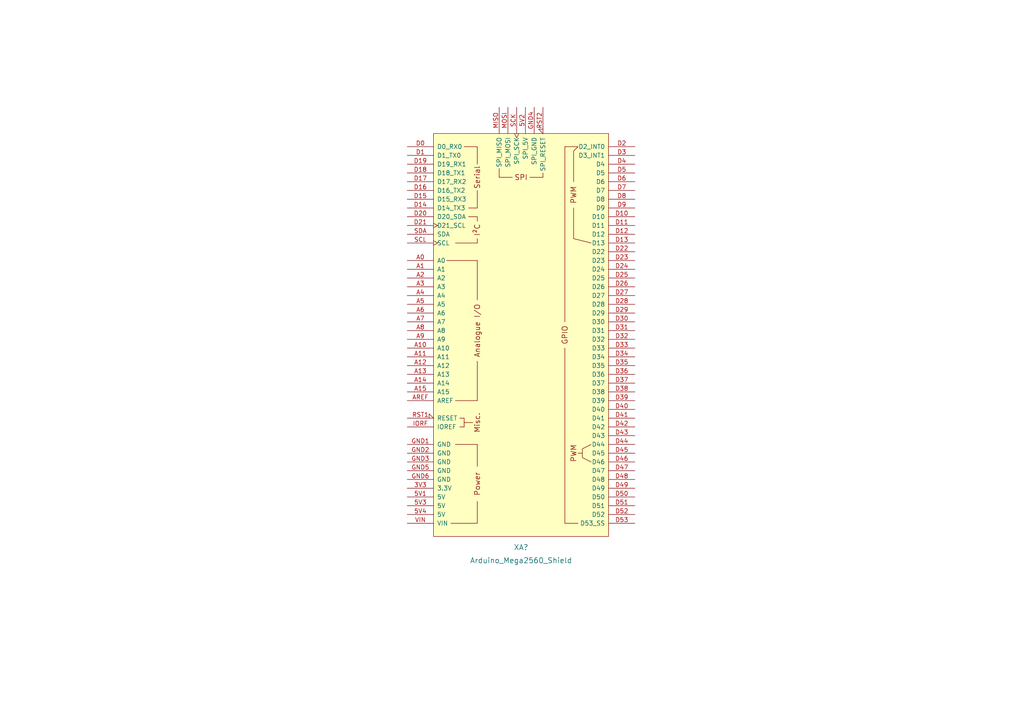
<source format=kicad_sch>
(kicad_sch (version 20211123) (generator eeschema)
  (paper "A4")
  (lib_symbols
    (symbol "arduino:Arduino_Mega2560_Shield" (pin_names (offset 1.016))
      (property "Reference" "XA" (at 2.54 0 90))
      (property "Value" "Arduino_Mega2560_Shield" (at -2.54 0 90))
      (symbol "Arduino_Mega2560_Shield_0_0"
        (rectangle (start -25.4 -58.42) (end 25.4 58.42) (fill (type background)))
        (rectangle (start -20.32 -54.61) (end -12.7 -54.61))
        (rectangle (start -19.05 -31.75) (end -12.7 -31.75))
        (rectangle (start -19.05 -19.05) (end -12.7 -19.05))
        (rectangle (start -19.05 26.67) (end -12.7 26.67))
        (rectangle (start -17.78 -26.67) (end -16.51 -26.67))
        (rectangle (start -17.78 -24.13) (end -16.51 -24.13))
        (rectangle (start -16.51 -25.4) (end -13.97 -25.4))
        (rectangle (start -16.51 -24.13) (end -16.51 -26.67))
        (rectangle (start -16.51 54.61) (end -12.7 54.61))
        (rectangle (start -15.24 34.29) (end -12.7 34.29))
        (rectangle (start -15.24 36.83) (end -12.7 36.83))
        (rectangle (start -12.7 -54.61) (end -12.7 -48.26))
        (rectangle (start -12.7 -31.75) (end -12.7 -38.1))
        (rectangle (start -12.7 26.67) (end -12.7 27.94))
        (rectangle (start -12.7 34.29) (end -12.7 33.02))
        (rectangle (start -12.7 41.91) (end -12.7 36.83))
        (rectangle (start -12.7 49.53) (end -12.7 54.61))
        (rectangle (start -6.35 48.26) (end -6.35 45.72))
        (rectangle (start -2.54 45.72) (end -6.35 45.72))
        (polyline (pts (xy -21.59 21.59) (xy -12.7 21.59)))
        (polyline (pts (xy -12.7 -19.05) (xy -12.7 -7.62)))
        (polyline (pts (xy -12.7 10.16) (xy -12.7 21.59)))
        (polyline (pts (xy 12.7 -54.61) (xy 16.51 -54.61)))
        (polyline (pts (xy 12.7 54.61) (xy 16.51 54.61)))
        (polyline (pts (xy 17.78 -34.29) (xy 16.51 -34.29)))
        (polyline (pts (xy 15.24 36.83) (xy 15.24 27.94) (xy 20.32 26.67)))
        (polyline (pts (xy 15.24 44.45) (xy 15.24 53.34) (xy 16.51 54.61)))
        (polyline (pts (xy 20.32 -31.75) (xy 17.78 -33.02) (xy 17.78 -35.56) (xy 20.32 -36.83)))
        (rectangle (start 6.35 45.72) (end 2.54 45.72))
        (rectangle (start 6.35 46.99) (end 6.35 45.72))
        (text "Analogue I/O" (at -12.7 1.27 900) (effects (font (size 1.524 1.524))))
        (text "I²C" (at -12.7 30.48 900) (effects (font (size 1.524 1.524))))
        (text "Misc." (at -12.7 -25.4 900) (effects (font (size 1.524 1.524))))
        (text "Power" (at -12.7 -43.18 900) (effects (font (size 1.524 1.524))))
        (text "PWM" (at 15.24 -34.29 900) (effects (font (size 1.524 1.524))))
        (text "PWM" (at 15.24 40.64 900) (effects (font (size 1.524 1.524))))
        (text "Serial" (at -12.7 45.72 900) (effects (font (size 1.524 1.524))))
        (text "SPI" (at 0 45.72 0) (effects (font (size 1.524 1.524))))
      )
      (symbol "Arduino_Mega2560_Shield_1_0"
        (rectangle (start 12.7 -54.61) (end 12.7 -3.81))
        (rectangle (start 12.7 54.61) (end 12.7 3.81))
        (text "GPIO" (at 12.7 0 900) (effects (font (size 1.524 1.524))))
      )
      (symbol "Arduino_Mega2560_Shield_1_1"
        (pin power_in line (at -33.02 -44.45 0) (length 7.62) (name "3.3V") (number "3V3"))
        (pin power_in line (at -33.02 -46.99 0) (length 7.62) (name "5V") (number "5V1"))
        (pin power_in line (at 1.27 66.04 270) (length 7.62) (name "SPI_5V") (number "5V2"))
        (pin power_in line (at -33.02 -49.53 0) (length 7.62) (name "5V") (number "5V3"))
        (pin power_in line (at -33.02 -52.07 0) (length 7.62) (name "5V") (number "5V4"))
        (pin bidirectional line (at -33.02 21.59 0) (length 7.62) (name "A0") (number "A0"))
        (pin bidirectional line (at -33.02 19.05 0) (length 7.62) (name "A1") (number "A1"))
        (pin bidirectional line (at -33.02 -3.81 0) (length 7.62) (name "A10") (number "A10"))
        (pin bidirectional line (at -33.02 -6.35 0) (length 7.62) (name "A11") (number "A11"))
        (pin bidirectional line (at -33.02 -8.89 0) (length 7.62) (name "A12") (number "A12"))
        (pin bidirectional line (at -33.02 -11.43 0) (length 7.62) (name "A13") (number "A13"))
        (pin bidirectional line (at -33.02 -13.97 0) (length 7.62) (name "A14") (number "A14"))
        (pin bidirectional line (at -33.02 -16.51 0) (length 7.62) (name "A15") (number "A15"))
        (pin bidirectional line (at -33.02 16.51 0) (length 7.62) (name "A2") (number "A2"))
        (pin bidirectional line (at -33.02 13.97 0) (length 7.62) (name "A3") (number "A3"))
        (pin bidirectional line (at -33.02 11.43 0) (length 7.62) (name "A4") (number "A4"))
        (pin bidirectional line (at -33.02 8.89 0) (length 7.62) (name "A5") (number "A5"))
        (pin bidirectional line (at -33.02 6.35 0) (length 7.62) (name "A6") (number "A6"))
        (pin bidirectional line (at -33.02 3.81 0) (length 7.62) (name "A7") (number "A7"))
        (pin bidirectional line (at -33.02 1.27 0) (length 7.62) (name "A8") (number "A8"))
        (pin bidirectional line (at -33.02 -1.27 0) (length 7.62) (name "A9") (number "A9"))
        (pin input line (at -33.02 -19.05 0) (length 7.62) (name "AREF") (number "AREF"))
        (pin bidirectional line (at -33.02 54.61 0) (length 7.62) (name "D0_RX0") (number "D0"))
        (pin bidirectional line (at -33.02 52.07 0) (length 7.62) (name "D1_TX0") (number "D1"))
        (pin bidirectional line (at 33.02 34.29 180) (length 7.62) (name "D10") (number "D10"))
        (pin bidirectional line (at 33.02 31.75 180) (length 7.62) (name "D11") (number "D11"))
        (pin bidirectional line (at 33.02 29.21 180) (length 7.62) (name "D12") (number "D12"))
        (pin bidirectional line (at 33.02 26.67 180) (length 7.62) (name "D13") (number "D13"))
        (pin bidirectional line (at -33.02 36.83 0) (length 7.62) (name "D14_TX3") (number "D14"))
        (pin bidirectional line (at -33.02 39.37 0) (length 7.62) (name "D15_RX3") (number "D15"))
        (pin bidirectional line (at -33.02 41.91 0) (length 7.62) (name "D16_TX2") (number "D16"))
        (pin bidirectional line (at -33.02 44.45 0) (length 7.62) (name "D17_RX2") (number "D17"))
        (pin bidirectional line (at -33.02 46.99 0) (length 7.62) (name "D18_TX1") (number "D18"))
        (pin bidirectional line (at -33.02 49.53 0) (length 7.62) (name "D19_RX1") (number "D19"))
        (pin bidirectional line (at 33.02 54.61 180) (length 7.62) (name "D2_INT0") (number "D2"))
        (pin bidirectional line (at -33.02 34.29 0) (length 7.62) (name "D20_SDA") (number "D20"))
        (pin bidirectional clock (at -33.02 31.75 0) (length 7.62) (name "D21_SCL") (number "D21"))
        (pin bidirectional line (at 33.02 24.13 180) (length 7.62) (name "D22") (number "D22"))
        (pin bidirectional line (at 33.02 21.59 180) (length 7.62) (name "D23") (number "D23"))
        (pin bidirectional line (at 33.02 19.05 180) (length 7.62) (name "D24") (number "D24"))
        (pin bidirectional line (at 33.02 16.51 180) (length 7.62) (name "D25") (number "D25"))
        (pin bidirectional line (at 33.02 13.97 180) (length 7.62) (name "D26") (number "D26"))
        (pin bidirectional line (at 33.02 11.43 180) (length 7.62) (name "D27") (number "D27"))
        (pin bidirectional line (at 33.02 8.89 180) (length 7.62) (name "D28") (number "D28"))
        (pin bidirectional line (at 33.02 6.35 180) (length 7.62) (name "D29") (number "D29"))
        (pin bidirectional line (at 33.02 52.07 180) (length 7.62) (name "D3_INT1") (number "D3"))
        (pin bidirectional line (at 33.02 3.81 180) (length 7.62) (name "D30") (number "D30"))
        (pin bidirectional line (at 33.02 1.27 180) (length 7.62) (name "D31") (number "D31"))
        (pin bidirectional line (at 33.02 -1.27 180) (length 7.62) (name "D32") (number "D32"))
        (pin bidirectional line (at 33.02 -3.81 180) (length 7.62) (name "D33") (number "D33"))
        (pin bidirectional line (at 33.02 -6.35 180) (length 7.62) (name "D34") (number "D34"))
        (pin bidirectional line (at 33.02 -8.89 180) (length 7.62) (name "D35") (number "D35"))
        (pin bidirectional line (at 33.02 -11.43 180) (length 7.62) (name "D36") (number "D36"))
        (pin bidirectional line (at 33.02 -13.97 180) (length 7.62) (name "D37") (number "D37"))
        (pin bidirectional line (at 33.02 -16.51 180) (length 7.62) (name "D38") (number "D38"))
        (pin bidirectional line (at 33.02 -19.05 180) (length 7.62) (name "D39") (number "D39"))
        (pin bidirectional line (at 33.02 49.53 180) (length 7.62) (name "D4") (number "D4"))
        (pin bidirectional line (at 33.02 -21.59 180) (length 7.62) (name "D40") (number "D40"))
        (pin bidirectional line (at 33.02 -24.13 180) (length 7.62) (name "D41") (number "D41"))
        (pin bidirectional line (at 33.02 -26.67 180) (length 7.62) (name "D42") (number "D42"))
        (pin bidirectional line (at 33.02 -29.21 180) (length 7.62) (name "D43") (number "D43"))
        (pin bidirectional line (at 33.02 -31.75 180) (length 7.62) (name "D44") (number "D44"))
        (pin bidirectional line (at 33.02 -34.29 180) (length 7.62) (name "D45") (number "D45"))
        (pin bidirectional line (at 33.02 -36.83 180) (length 7.62) (name "D46") (number "D46"))
        (pin bidirectional line (at 33.02 -39.37 180) (length 7.62) (name "D47") (number "D47"))
        (pin bidirectional line (at 33.02 -41.91 180) (length 7.62) (name "D48") (number "D48"))
        (pin bidirectional line (at 33.02 -44.45 180) (length 7.62) (name "D49") (number "D49"))
        (pin bidirectional line (at 33.02 46.99 180) (length 7.62) (name "D5") (number "D5"))
        (pin bidirectional line (at 33.02 -46.99 180) (length 7.62) (name "D50") (number "D50"))
        (pin bidirectional line (at 33.02 -49.53 180) (length 7.62) (name "D51") (number "D51"))
        (pin bidirectional line (at 33.02 -52.07 180) (length 7.62) (name "D52") (number "D52"))
        (pin bidirectional line (at 33.02 -54.61 180) (length 7.62) (name "D53_SS") (number "D53"))
        (pin bidirectional line (at 33.02 44.45 180) (length 7.62) (name "D6") (number "D6"))
        (pin bidirectional line (at 33.02 41.91 180) (length 7.62) (name "D7") (number "D7"))
        (pin bidirectional line (at 33.02 39.37 180) (length 7.62) (name "D8") (number "D8"))
        (pin bidirectional line (at 33.02 36.83 180) (length 7.62) (name "D9") (number "D9"))
        (pin power_in line (at -33.02 -31.75 0) (length 7.62) (name "GND") (number "GND1"))
        (pin power_in line (at -33.02 -34.29 0) (length 7.62) (name "GND") (number "GND2"))
        (pin power_in line (at -33.02 -36.83 0) (length 7.62) (name "GND") (number "GND3"))
        (pin power_in line (at 3.81 66.04 270) (length 7.62) (name "SPI_GND") (number "GND4"))
        (pin power_in line (at -33.02 -39.37 0) (length 7.62) (name "GND") (number "GND5"))
        (pin power_in line (at -33.02 -41.91 0) (length 7.62) (name "GND") (number "GND6"))
        (pin output line (at -33.02 -26.67 0) (length 7.62) (name "IOREF") (number "IORF"))
        (pin input line (at -6.35 66.04 270) (length 7.62) (name "SPI_MISO") (number "MISO"))
        (pin output line (at -3.81 66.04 270) (length 7.62) (name "SPI_MOSI") (number "MOSI"))
        (pin open_collector input_low (at -33.02 -24.13 0) (length 7.62) (name "RESET") (number "RST1"))
        (pin open_collector input_low (at 6.35 66.04 270) (length 7.62) (name "SPI_RESET") (number "RST2"))
        (pin output clock (at -1.27 66.04 270) (length 7.62) (name "SPI_SCK") (number "SCK"))
        (pin bidirectional clock (at -33.02 26.67 0) (length 7.62) (name "SCL") (number "SCL"))
        (pin bidirectional line (at -33.02 29.21 0) (length 7.62) (name "SDA") (number "SDA"))
        (pin power_in line (at -33.02 -54.61 0) (length 7.62) (name "VIN") (number "VIN"))
      )
    )
  )
  (symbol (lib_id "arduino:Arduino_Mega2560_Shield") (at 151.13 97.155 0) (unit 1)
    (property "Reference" "XA?" (at 151.13 158.75 0) (effects (font (size 1.524 1.524))))
    (property "Value" "Arduino_Mega2560_Shield" (at 151.13 162.56 0) (effects (font (size 1.524 1.524))))
    (property "Footprint" "Arduino:Arduino_Mega2560_Shield" (effects hide))
    (property "Datasheet" "https://store.arduino.cc/arduino-mega-2560-rev3" (effects hide))
  )
)
</source>
